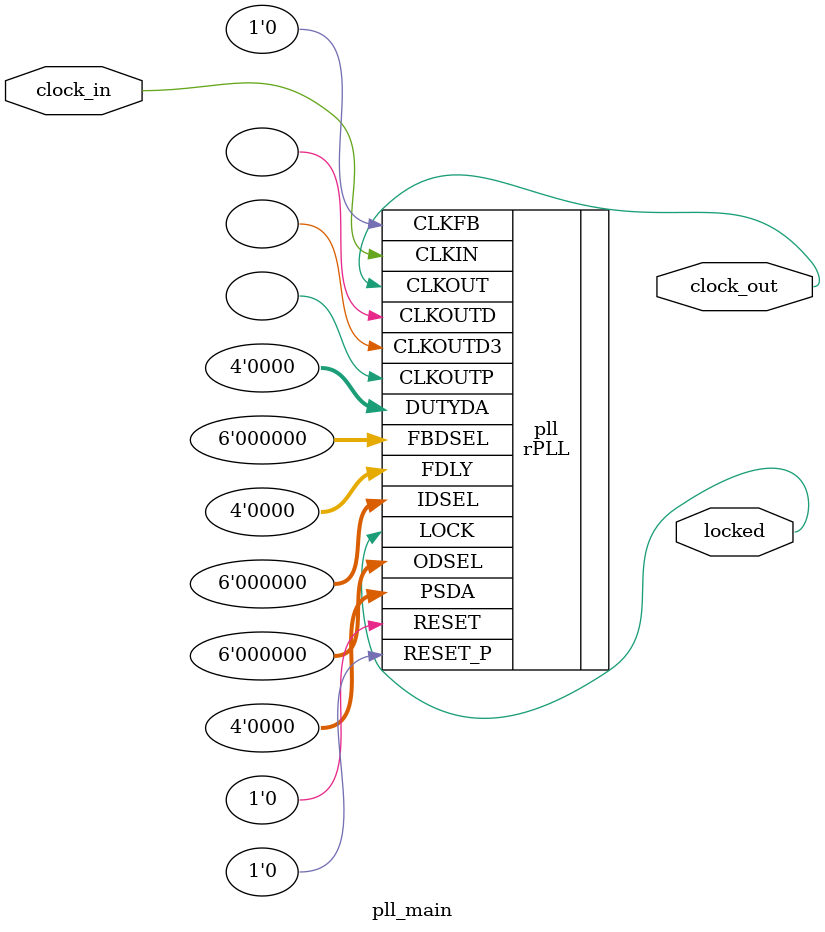
<source format=v>
/**
 * PLL configuration
 *
 * This Verilog module was generated automatically
 * using the gowin-pll tool.
 * Use at your own risk.
 *
 * Target-Device:                GW1NR-9 C6/I5
 * Given input frequency:        27.000 MHz
 * Requested output frequency:   80.000 MHz
 * Achieved output frequency:    81.000 MHz
 */

module pll_main(
        input  clock_in,
        output clock_out,
        output locked
    );

    rPLL #(
        .FCLKIN("27"),
        .IDIV_SEL(0), // -> PFD = 27.0 MHz (range: 3-400 MHz)
        .FBDIV_SEL(2), // -> CLKOUT = 81.0 MHz (range: 400-600 MHz)
        .ODIV_SEL(8) // -> VCO = 648.0 MHz (range: 600-1200 MHz)
    ) pll (.CLKOUTP(), .CLKOUTD(), .CLKOUTD3(), .RESET(1'b0), .RESET_P(1'b0), .CLKFB(1'b0), .FBDSEL(6'b0), .IDSEL(6'b0), .ODSEL(6'b0), .PSDA(4'b0), .DUTYDA(4'b0), .FDLY(4'b0), 
        .CLKIN(clock_in), // 27 MHz
        .CLKOUT(clock_out), // 81.0 MHz
        .LOCK(locked)
    );

endmodule



</source>
